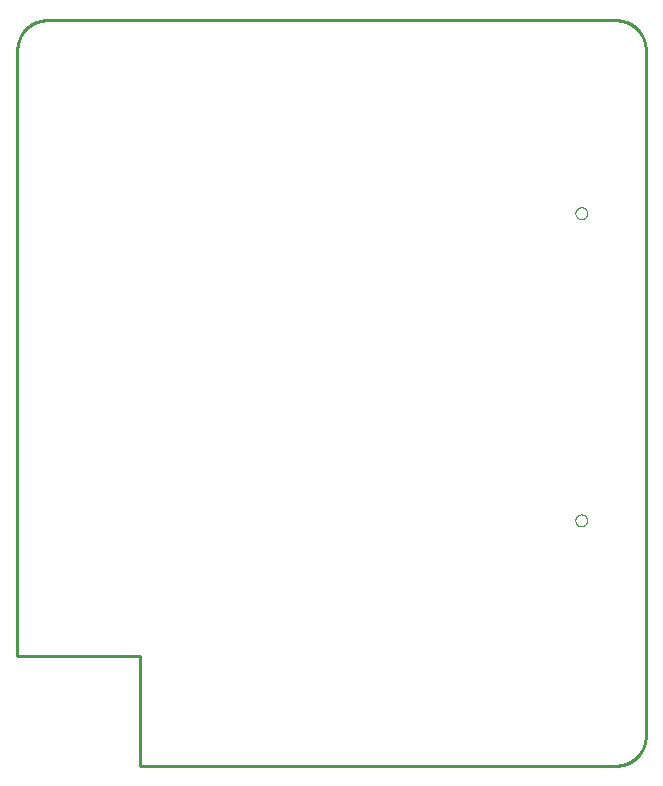
<source format=gbp>
G75*
%MOIN*%
%OFA0B0*%
%FSLAX25Y25*%
%IPPOS*%
%LPD*%
%AMOC8*
5,1,8,0,0,1.08239X$1,22.5*
%
%ADD10C,0.01000*%
%ADD11C,0.00000*%
D10*
X0001500Y0038000D02*
X0042500Y0038000D01*
X0042500Y0001500D01*
X0201000Y0001500D01*
X0201242Y0001503D01*
X0201483Y0001512D01*
X0201724Y0001526D01*
X0201965Y0001547D01*
X0202205Y0001573D01*
X0202445Y0001605D01*
X0202684Y0001643D01*
X0202921Y0001686D01*
X0203158Y0001736D01*
X0203393Y0001791D01*
X0203627Y0001851D01*
X0203859Y0001918D01*
X0204090Y0001989D01*
X0204319Y0002067D01*
X0204546Y0002150D01*
X0204771Y0002238D01*
X0204994Y0002332D01*
X0205214Y0002431D01*
X0205432Y0002536D01*
X0205647Y0002645D01*
X0205860Y0002760D01*
X0206070Y0002880D01*
X0206276Y0003005D01*
X0206480Y0003135D01*
X0206681Y0003270D01*
X0206878Y0003410D01*
X0207072Y0003554D01*
X0207262Y0003703D01*
X0207448Y0003857D01*
X0207631Y0004015D01*
X0207810Y0004177D01*
X0207985Y0004344D01*
X0208156Y0004515D01*
X0208323Y0004690D01*
X0208485Y0004869D01*
X0208643Y0005052D01*
X0208797Y0005238D01*
X0208946Y0005428D01*
X0209090Y0005622D01*
X0209230Y0005819D01*
X0209365Y0006020D01*
X0209495Y0006224D01*
X0209620Y0006430D01*
X0209740Y0006640D01*
X0209855Y0006853D01*
X0209964Y0007068D01*
X0210069Y0007286D01*
X0210168Y0007506D01*
X0210262Y0007729D01*
X0210350Y0007954D01*
X0210433Y0008181D01*
X0210511Y0008410D01*
X0210582Y0008641D01*
X0210649Y0008873D01*
X0210709Y0009107D01*
X0210764Y0009342D01*
X0210814Y0009579D01*
X0210857Y0009816D01*
X0210895Y0010055D01*
X0210927Y0010295D01*
X0210953Y0010535D01*
X0210974Y0010776D01*
X0210988Y0011017D01*
X0210997Y0011258D01*
X0211000Y0011500D01*
X0211000Y0240000D01*
X0210997Y0240242D01*
X0210988Y0240483D01*
X0210974Y0240724D01*
X0210953Y0240965D01*
X0210927Y0241205D01*
X0210895Y0241445D01*
X0210857Y0241684D01*
X0210814Y0241921D01*
X0210764Y0242158D01*
X0210709Y0242393D01*
X0210649Y0242627D01*
X0210582Y0242859D01*
X0210511Y0243090D01*
X0210433Y0243319D01*
X0210350Y0243546D01*
X0210262Y0243771D01*
X0210168Y0243994D01*
X0210069Y0244214D01*
X0209964Y0244432D01*
X0209855Y0244647D01*
X0209740Y0244860D01*
X0209620Y0245070D01*
X0209495Y0245276D01*
X0209365Y0245480D01*
X0209230Y0245681D01*
X0209090Y0245878D01*
X0208946Y0246072D01*
X0208797Y0246262D01*
X0208643Y0246448D01*
X0208485Y0246631D01*
X0208323Y0246810D01*
X0208156Y0246985D01*
X0207985Y0247156D01*
X0207810Y0247323D01*
X0207631Y0247485D01*
X0207448Y0247643D01*
X0207262Y0247797D01*
X0207072Y0247946D01*
X0206878Y0248090D01*
X0206681Y0248230D01*
X0206480Y0248365D01*
X0206276Y0248495D01*
X0206070Y0248620D01*
X0205860Y0248740D01*
X0205647Y0248855D01*
X0205432Y0248964D01*
X0205214Y0249069D01*
X0204994Y0249168D01*
X0204771Y0249262D01*
X0204546Y0249350D01*
X0204319Y0249433D01*
X0204090Y0249511D01*
X0203859Y0249582D01*
X0203627Y0249649D01*
X0203393Y0249709D01*
X0203158Y0249764D01*
X0202921Y0249814D01*
X0202684Y0249857D01*
X0202445Y0249895D01*
X0202205Y0249927D01*
X0201965Y0249953D01*
X0201724Y0249974D01*
X0201483Y0249988D01*
X0201242Y0249997D01*
X0201000Y0250000D01*
X0011500Y0250000D01*
X0011258Y0249997D01*
X0011017Y0249988D01*
X0010776Y0249974D01*
X0010535Y0249953D01*
X0010295Y0249927D01*
X0010055Y0249895D01*
X0009816Y0249857D01*
X0009579Y0249814D01*
X0009342Y0249764D01*
X0009107Y0249709D01*
X0008873Y0249649D01*
X0008641Y0249582D01*
X0008410Y0249511D01*
X0008181Y0249433D01*
X0007954Y0249350D01*
X0007729Y0249262D01*
X0007506Y0249168D01*
X0007286Y0249069D01*
X0007068Y0248964D01*
X0006853Y0248855D01*
X0006640Y0248740D01*
X0006430Y0248620D01*
X0006224Y0248495D01*
X0006020Y0248365D01*
X0005819Y0248230D01*
X0005622Y0248090D01*
X0005428Y0247946D01*
X0005238Y0247797D01*
X0005052Y0247643D01*
X0004869Y0247485D01*
X0004690Y0247323D01*
X0004515Y0247156D01*
X0004344Y0246985D01*
X0004177Y0246810D01*
X0004015Y0246631D01*
X0003857Y0246448D01*
X0003703Y0246262D01*
X0003554Y0246072D01*
X0003410Y0245878D01*
X0003270Y0245681D01*
X0003135Y0245480D01*
X0003005Y0245276D01*
X0002880Y0245070D01*
X0002760Y0244860D01*
X0002645Y0244647D01*
X0002536Y0244432D01*
X0002431Y0244214D01*
X0002332Y0243994D01*
X0002238Y0243771D01*
X0002150Y0243546D01*
X0002067Y0243319D01*
X0001989Y0243090D01*
X0001918Y0242859D01*
X0001851Y0242627D01*
X0001791Y0242393D01*
X0001736Y0242158D01*
X0001686Y0241921D01*
X0001643Y0241684D01*
X0001605Y0241445D01*
X0001573Y0241205D01*
X0001547Y0240965D01*
X0001526Y0240724D01*
X0001512Y0240483D01*
X0001503Y0240242D01*
X0001500Y0240000D01*
X0001500Y0038000D01*
D11*
X0187531Y0083319D02*
X0187533Y0083407D01*
X0187539Y0083495D01*
X0187549Y0083583D01*
X0187563Y0083671D01*
X0187580Y0083757D01*
X0187602Y0083843D01*
X0187627Y0083927D01*
X0187657Y0084011D01*
X0187689Y0084093D01*
X0187726Y0084173D01*
X0187766Y0084252D01*
X0187810Y0084329D01*
X0187857Y0084404D01*
X0187907Y0084476D01*
X0187961Y0084547D01*
X0188017Y0084614D01*
X0188077Y0084680D01*
X0188139Y0084742D01*
X0188205Y0084802D01*
X0188272Y0084858D01*
X0188343Y0084912D01*
X0188415Y0084962D01*
X0188490Y0085009D01*
X0188567Y0085053D01*
X0188646Y0085093D01*
X0188726Y0085130D01*
X0188808Y0085162D01*
X0188892Y0085192D01*
X0188976Y0085217D01*
X0189062Y0085239D01*
X0189148Y0085256D01*
X0189236Y0085270D01*
X0189324Y0085280D01*
X0189412Y0085286D01*
X0189500Y0085288D01*
X0189588Y0085286D01*
X0189676Y0085280D01*
X0189764Y0085270D01*
X0189852Y0085256D01*
X0189938Y0085239D01*
X0190024Y0085217D01*
X0190108Y0085192D01*
X0190192Y0085162D01*
X0190274Y0085130D01*
X0190354Y0085093D01*
X0190433Y0085053D01*
X0190510Y0085009D01*
X0190585Y0084962D01*
X0190657Y0084912D01*
X0190728Y0084858D01*
X0190795Y0084802D01*
X0190861Y0084742D01*
X0190923Y0084680D01*
X0190983Y0084614D01*
X0191039Y0084547D01*
X0191093Y0084476D01*
X0191143Y0084404D01*
X0191190Y0084329D01*
X0191234Y0084252D01*
X0191274Y0084173D01*
X0191311Y0084093D01*
X0191343Y0084011D01*
X0191373Y0083927D01*
X0191398Y0083843D01*
X0191420Y0083757D01*
X0191437Y0083671D01*
X0191451Y0083583D01*
X0191461Y0083495D01*
X0191467Y0083407D01*
X0191469Y0083319D01*
X0191467Y0083231D01*
X0191461Y0083143D01*
X0191451Y0083055D01*
X0191437Y0082967D01*
X0191420Y0082881D01*
X0191398Y0082795D01*
X0191373Y0082711D01*
X0191343Y0082627D01*
X0191311Y0082545D01*
X0191274Y0082465D01*
X0191234Y0082386D01*
X0191190Y0082309D01*
X0191143Y0082234D01*
X0191093Y0082162D01*
X0191039Y0082091D01*
X0190983Y0082024D01*
X0190923Y0081958D01*
X0190861Y0081896D01*
X0190795Y0081836D01*
X0190728Y0081780D01*
X0190657Y0081726D01*
X0190585Y0081676D01*
X0190510Y0081629D01*
X0190433Y0081585D01*
X0190354Y0081545D01*
X0190274Y0081508D01*
X0190192Y0081476D01*
X0190108Y0081446D01*
X0190024Y0081421D01*
X0189938Y0081399D01*
X0189852Y0081382D01*
X0189764Y0081368D01*
X0189676Y0081358D01*
X0189588Y0081352D01*
X0189500Y0081350D01*
X0189412Y0081352D01*
X0189324Y0081358D01*
X0189236Y0081368D01*
X0189148Y0081382D01*
X0189062Y0081399D01*
X0188976Y0081421D01*
X0188892Y0081446D01*
X0188808Y0081476D01*
X0188726Y0081508D01*
X0188646Y0081545D01*
X0188567Y0081585D01*
X0188490Y0081629D01*
X0188415Y0081676D01*
X0188343Y0081726D01*
X0188272Y0081780D01*
X0188205Y0081836D01*
X0188139Y0081896D01*
X0188077Y0081958D01*
X0188017Y0082024D01*
X0187961Y0082091D01*
X0187907Y0082162D01*
X0187857Y0082234D01*
X0187810Y0082309D01*
X0187766Y0082386D01*
X0187726Y0082465D01*
X0187689Y0082545D01*
X0187657Y0082627D01*
X0187627Y0082711D01*
X0187602Y0082795D01*
X0187580Y0082881D01*
X0187563Y0082967D01*
X0187549Y0083055D01*
X0187539Y0083143D01*
X0187533Y0083231D01*
X0187531Y0083319D01*
X0187531Y0185681D02*
X0187533Y0185769D01*
X0187539Y0185857D01*
X0187549Y0185945D01*
X0187563Y0186033D01*
X0187580Y0186119D01*
X0187602Y0186205D01*
X0187627Y0186289D01*
X0187657Y0186373D01*
X0187689Y0186455D01*
X0187726Y0186535D01*
X0187766Y0186614D01*
X0187810Y0186691D01*
X0187857Y0186766D01*
X0187907Y0186838D01*
X0187961Y0186909D01*
X0188017Y0186976D01*
X0188077Y0187042D01*
X0188139Y0187104D01*
X0188205Y0187164D01*
X0188272Y0187220D01*
X0188343Y0187274D01*
X0188415Y0187324D01*
X0188490Y0187371D01*
X0188567Y0187415D01*
X0188646Y0187455D01*
X0188726Y0187492D01*
X0188808Y0187524D01*
X0188892Y0187554D01*
X0188976Y0187579D01*
X0189062Y0187601D01*
X0189148Y0187618D01*
X0189236Y0187632D01*
X0189324Y0187642D01*
X0189412Y0187648D01*
X0189500Y0187650D01*
X0189588Y0187648D01*
X0189676Y0187642D01*
X0189764Y0187632D01*
X0189852Y0187618D01*
X0189938Y0187601D01*
X0190024Y0187579D01*
X0190108Y0187554D01*
X0190192Y0187524D01*
X0190274Y0187492D01*
X0190354Y0187455D01*
X0190433Y0187415D01*
X0190510Y0187371D01*
X0190585Y0187324D01*
X0190657Y0187274D01*
X0190728Y0187220D01*
X0190795Y0187164D01*
X0190861Y0187104D01*
X0190923Y0187042D01*
X0190983Y0186976D01*
X0191039Y0186909D01*
X0191093Y0186838D01*
X0191143Y0186766D01*
X0191190Y0186691D01*
X0191234Y0186614D01*
X0191274Y0186535D01*
X0191311Y0186455D01*
X0191343Y0186373D01*
X0191373Y0186289D01*
X0191398Y0186205D01*
X0191420Y0186119D01*
X0191437Y0186033D01*
X0191451Y0185945D01*
X0191461Y0185857D01*
X0191467Y0185769D01*
X0191469Y0185681D01*
X0191467Y0185593D01*
X0191461Y0185505D01*
X0191451Y0185417D01*
X0191437Y0185329D01*
X0191420Y0185243D01*
X0191398Y0185157D01*
X0191373Y0185073D01*
X0191343Y0184989D01*
X0191311Y0184907D01*
X0191274Y0184827D01*
X0191234Y0184748D01*
X0191190Y0184671D01*
X0191143Y0184596D01*
X0191093Y0184524D01*
X0191039Y0184453D01*
X0190983Y0184386D01*
X0190923Y0184320D01*
X0190861Y0184258D01*
X0190795Y0184198D01*
X0190728Y0184142D01*
X0190657Y0184088D01*
X0190585Y0184038D01*
X0190510Y0183991D01*
X0190433Y0183947D01*
X0190354Y0183907D01*
X0190274Y0183870D01*
X0190192Y0183838D01*
X0190108Y0183808D01*
X0190024Y0183783D01*
X0189938Y0183761D01*
X0189852Y0183744D01*
X0189764Y0183730D01*
X0189676Y0183720D01*
X0189588Y0183714D01*
X0189500Y0183712D01*
X0189412Y0183714D01*
X0189324Y0183720D01*
X0189236Y0183730D01*
X0189148Y0183744D01*
X0189062Y0183761D01*
X0188976Y0183783D01*
X0188892Y0183808D01*
X0188808Y0183838D01*
X0188726Y0183870D01*
X0188646Y0183907D01*
X0188567Y0183947D01*
X0188490Y0183991D01*
X0188415Y0184038D01*
X0188343Y0184088D01*
X0188272Y0184142D01*
X0188205Y0184198D01*
X0188139Y0184258D01*
X0188077Y0184320D01*
X0188017Y0184386D01*
X0187961Y0184453D01*
X0187907Y0184524D01*
X0187857Y0184596D01*
X0187810Y0184671D01*
X0187766Y0184748D01*
X0187726Y0184827D01*
X0187689Y0184907D01*
X0187657Y0184989D01*
X0187627Y0185073D01*
X0187602Y0185157D01*
X0187580Y0185243D01*
X0187563Y0185329D01*
X0187549Y0185417D01*
X0187539Y0185505D01*
X0187533Y0185593D01*
X0187531Y0185681D01*
M02*

</source>
